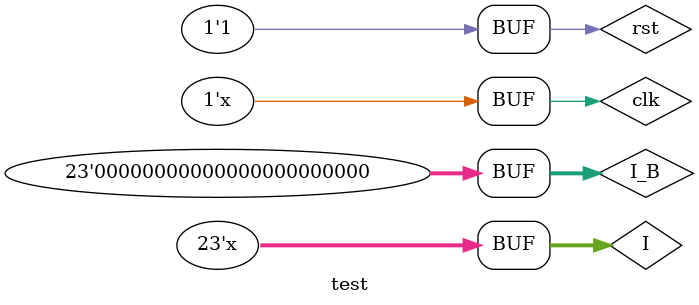
<source format=v>
`timescale 1ns / 1ps


module test();

reg clk,rst;
wire V_B,V;
reg [22:0]I_B,I;

// 7,16,3,3,9,10,23'sh0_0780_3,23'shF_EDED_3,38'sh0_0000_0002_B normal
AdEx #(7,16,20,13,9,14,23'sh0_7828_4,23'shF_EE14_8,38'sh0_0000_0003_A)N(clk,rst,I,V);
//AdEx #(7,16,9,10,9,10,23'sh0_0780_3,23'shF_F439_5,38'sh0_0009_0002_B)B(clk,rst,I_B,V_B);


initial begin 
clk = 0;rst = 1;I_B=0;I=0;
#10 rst = 0;
#10 rst = 1;
//#20 I_B = 23'sh0_0000_8; I = 23'sh0_000A_0;
end

always#(1) clk = ~clk;
always#(2000) I = I + 1;

endmodule

</source>
